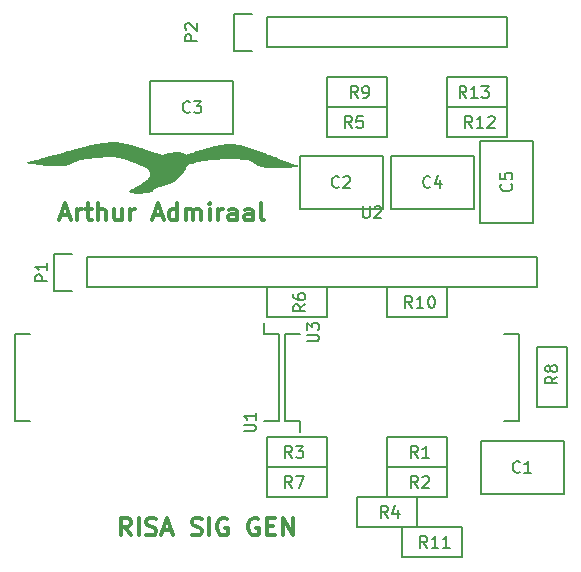
<source format=gto>
G04 #@! TF.FileFunction,Legend,Top*
%FSLAX46Y46*%
G04 Gerber Fmt 4.6, Leading zero omitted, Abs format (unit mm)*
G04 Created by KiCad (PCBNEW (2015-11-29 BZR 6336)-product) date vrijdag 15 april 2016 20:58:08*
%MOMM*%
G01*
G04 APERTURE LIST*
%ADD10C,0.100000*%
%ADD11C,0.300000*%
%ADD12C,0.150000*%
%ADD13C,0.010000*%
G04 APERTURE END LIST*
D10*
D11*
X62151429Y-98468571D02*
X61651429Y-97754286D01*
X61294286Y-98468571D02*
X61294286Y-96968571D01*
X61865714Y-96968571D01*
X62008572Y-97040000D01*
X62080000Y-97111429D01*
X62151429Y-97254286D01*
X62151429Y-97468571D01*
X62080000Y-97611429D01*
X62008572Y-97682857D01*
X61865714Y-97754286D01*
X61294286Y-97754286D01*
X62794286Y-98468571D02*
X62794286Y-96968571D01*
X63437143Y-98397143D02*
X63651429Y-98468571D01*
X64008572Y-98468571D01*
X64151429Y-98397143D01*
X64222858Y-98325714D01*
X64294286Y-98182857D01*
X64294286Y-98040000D01*
X64222858Y-97897143D01*
X64151429Y-97825714D01*
X64008572Y-97754286D01*
X63722858Y-97682857D01*
X63580000Y-97611429D01*
X63508572Y-97540000D01*
X63437143Y-97397143D01*
X63437143Y-97254286D01*
X63508572Y-97111429D01*
X63580000Y-97040000D01*
X63722858Y-96968571D01*
X64080000Y-96968571D01*
X64294286Y-97040000D01*
X64865714Y-98040000D02*
X65580000Y-98040000D01*
X64722857Y-98468571D02*
X65222857Y-96968571D01*
X65722857Y-98468571D01*
X67294285Y-98397143D02*
X67508571Y-98468571D01*
X67865714Y-98468571D01*
X68008571Y-98397143D01*
X68080000Y-98325714D01*
X68151428Y-98182857D01*
X68151428Y-98040000D01*
X68080000Y-97897143D01*
X68008571Y-97825714D01*
X67865714Y-97754286D01*
X67580000Y-97682857D01*
X67437142Y-97611429D01*
X67365714Y-97540000D01*
X67294285Y-97397143D01*
X67294285Y-97254286D01*
X67365714Y-97111429D01*
X67437142Y-97040000D01*
X67580000Y-96968571D01*
X67937142Y-96968571D01*
X68151428Y-97040000D01*
X68794285Y-98468571D02*
X68794285Y-96968571D01*
X70294285Y-97040000D02*
X70151428Y-96968571D01*
X69937142Y-96968571D01*
X69722857Y-97040000D01*
X69579999Y-97182857D01*
X69508571Y-97325714D01*
X69437142Y-97611429D01*
X69437142Y-97825714D01*
X69508571Y-98111429D01*
X69579999Y-98254286D01*
X69722857Y-98397143D01*
X69937142Y-98468571D01*
X70079999Y-98468571D01*
X70294285Y-98397143D01*
X70365714Y-98325714D01*
X70365714Y-97825714D01*
X70079999Y-97825714D01*
X72937142Y-97040000D02*
X72794285Y-96968571D01*
X72579999Y-96968571D01*
X72365714Y-97040000D01*
X72222856Y-97182857D01*
X72151428Y-97325714D01*
X72079999Y-97611429D01*
X72079999Y-97825714D01*
X72151428Y-98111429D01*
X72222856Y-98254286D01*
X72365714Y-98397143D01*
X72579999Y-98468571D01*
X72722856Y-98468571D01*
X72937142Y-98397143D01*
X73008571Y-98325714D01*
X73008571Y-97825714D01*
X72722856Y-97825714D01*
X73651428Y-97682857D02*
X74151428Y-97682857D01*
X74365714Y-98468571D02*
X73651428Y-98468571D01*
X73651428Y-96968571D01*
X74365714Y-96968571D01*
X75008571Y-98468571D02*
X75008571Y-96968571D01*
X75865714Y-98468571D01*
X75865714Y-96968571D01*
X56234286Y-71370000D02*
X56948572Y-71370000D01*
X56091429Y-71798571D02*
X56591429Y-70298571D01*
X57091429Y-71798571D01*
X57591429Y-71798571D02*
X57591429Y-70798571D01*
X57591429Y-71084286D02*
X57662857Y-70941429D01*
X57734286Y-70870000D01*
X57877143Y-70798571D01*
X58020000Y-70798571D01*
X58305714Y-70798571D02*
X58877143Y-70798571D01*
X58520000Y-70298571D02*
X58520000Y-71584286D01*
X58591428Y-71727143D01*
X58734286Y-71798571D01*
X58877143Y-71798571D01*
X59377143Y-71798571D02*
X59377143Y-70298571D01*
X60020000Y-71798571D02*
X60020000Y-71012857D01*
X59948571Y-70870000D01*
X59805714Y-70798571D01*
X59591429Y-70798571D01*
X59448571Y-70870000D01*
X59377143Y-70941429D01*
X61377143Y-70798571D02*
X61377143Y-71798571D01*
X60734286Y-70798571D02*
X60734286Y-71584286D01*
X60805714Y-71727143D01*
X60948572Y-71798571D01*
X61162857Y-71798571D01*
X61305714Y-71727143D01*
X61377143Y-71655714D01*
X62091429Y-71798571D02*
X62091429Y-70798571D01*
X62091429Y-71084286D02*
X62162857Y-70941429D01*
X62234286Y-70870000D01*
X62377143Y-70798571D01*
X62520000Y-70798571D01*
X64091428Y-71370000D02*
X64805714Y-71370000D01*
X63948571Y-71798571D02*
X64448571Y-70298571D01*
X64948571Y-71798571D01*
X66091428Y-71798571D02*
X66091428Y-70298571D01*
X66091428Y-71727143D02*
X65948571Y-71798571D01*
X65662857Y-71798571D01*
X65519999Y-71727143D01*
X65448571Y-71655714D01*
X65377142Y-71512857D01*
X65377142Y-71084286D01*
X65448571Y-70941429D01*
X65519999Y-70870000D01*
X65662857Y-70798571D01*
X65948571Y-70798571D01*
X66091428Y-70870000D01*
X66805714Y-71798571D02*
X66805714Y-70798571D01*
X66805714Y-70941429D02*
X66877142Y-70870000D01*
X67020000Y-70798571D01*
X67234285Y-70798571D01*
X67377142Y-70870000D01*
X67448571Y-71012857D01*
X67448571Y-71798571D01*
X67448571Y-71012857D02*
X67520000Y-70870000D01*
X67662857Y-70798571D01*
X67877142Y-70798571D01*
X68020000Y-70870000D01*
X68091428Y-71012857D01*
X68091428Y-71798571D01*
X68805714Y-71798571D02*
X68805714Y-70798571D01*
X68805714Y-70298571D02*
X68734285Y-70370000D01*
X68805714Y-70441429D01*
X68877142Y-70370000D01*
X68805714Y-70298571D01*
X68805714Y-70441429D01*
X69520000Y-71798571D02*
X69520000Y-70798571D01*
X69520000Y-71084286D02*
X69591428Y-70941429D01*
X69662857Y-70870000D01*
X69805714Y-70798571D01*
X69948571Y-70798571D01*
X71091428Y-71798571D02*
X71091428Y-71012857D01*
X71019999Y-70870000D01*
X70877142Y-70798571D01*
X70591428Y-70798571D01*
X70448571Y-70870000D01*
X71091428Y-71727143D02*
X70948571Y-71798571D01*
X70591428Y-71798571D01*
X70448571Y-71727143D01*
X70377142Y-71584286D01*
X70377142Y-71441429D01*
X70448571Y-71298571D01*
X70591428Y-71227143D01*
X70948571Y-71227143D01*
X71091428Y-71155714D01*
X72448571Y-71798571D02*
X72448571Y-71012857D01*
X72377142Y-70870000D01*
X72234285Y-70798571D01*
X71948571Y-70798571D01*
X71805714Y-70870000D01*
X72448571Y-71727143D02*
X72305714Y-71798571D01*
X71948571Y-71798571D01*
X71805714Y-71727143D01*
X71734285Y-71584286D01*
X71734285Y-71441429D01*
X71805714Y-71298571D01*
X71948571Y-71227143D01*
X72305714Y-71227143D01*
X72448571Y-71155714D01*
X73377143Y-71798571D02*
X73234285Y-71727143D01*
X73162857Y-71584286D01*
X73162857Y-70298571D01*
D12*
X91790000Y-90460000D02*
X98790000Y-90460000D01*
X98790000Y-90460000D02*
X98790000Y-94960000D01*
X98790000Y-94960000D02*
X91790000Y-94960000D01*
X91790000Y-94960000D02*
X91790000Y-90460000D01*
X75175000Y-88765000D02*
X76445000Y-88765000D01*
X75175000Y-81415000D02*
X76445000Y-81415000D01*
X95005000Y-81415000D02*
X93735000Y-81415000D01*
X95005000Y-88765000D02*
X93735000Y-88765000D01*
X75175000Y-88765000D02*
X75175000Y-81415000D01*
X95005000Y-88765000D02*
X95005000Y-81415000D01*
X76445000Y-88765000D02*
X76445000Y-89700000D01*
X83820000Y-92710000D02*
X88900000Y-92710000D01*
X88900000Y-92710000D02*
X88900000Y-95250000D01*
X88900000Y-95250000D02*
X83820000Y-95250000D01*
X83820000Y-95250000D02*
X83820000Y-92710000D01*
X85090000Y-97790000D02*
X90170000Y-97790000D01*
X90170000Y-97790000D02*
X90170000Y-100330000D01*
X90170000Y-100330000D02*
X85090000Y-100330000D01*
X85090000Y-100330000D02*
X85090000Y-97790000D01*
X78740000Y-95250000D02*
X73660000Y-95250000D01*
X73660000Y-95250000D02*
X73660000Y-92710000D01*
X73660000Y-92710000D02*
X78740000Y-92710000D01*
X78740000Y-92710000D02*
X78740000Y-95250000D01*
X78740000Y-92710000D02*
X73660000Y-92710000D01*
X73660000Y-92710000D02*
X73660000Y-90170000D01*
X73660000Y-90170000D02*
X78740000Y-90170000D01*
X78740000Y-90170000D02*
X78740000Y-92710000D01*
X58420000Y-77470000D02*
X96520000Y-77470000D01*
X96520000Y-77470000D02*
X96520000Y-74930000D01*
X96520000Y-74930000D02*
X58420000Y-74930000D01*
X55600000Y-74650000D02*
X57150000Y-74650000D01*
X58420000Y-74930000D02*
X58420000Y-77470000D01*
X57150000Y-77750000D02*
X55600000Y-77750000D01*
X55600000Y-77750000D02*
X55600000Y-74650000D01*
X63770000Y-59980000D02*
X70770000Y-59980000D01*
X70770000Y-59980000D02*
X70770000Y-64480000D01*
X70770000Y-64480000D02*
X63770000Y-64480000D01*
X63770000Y-64480000D02*
X63770000Y-59980000D01*
X96520000Y-87630000D02*
X96520000Y-82550000D01*
X96520000Y-82550000D02*
X99060000Y-82550000D01*
X99060000Y-82550000D02*
X99060000Y-87630000D01*
X99060000Y-87630000D02*
X96520000Y-87630000D01*
X76470000Y-66330000D02*
X83470000Y-66330000D01*
X83470000Y-66330000D02*
X83470000Y-70830000D01*
X83470000Y-70830000D02*
X76470000Y-70830000D01*
X76470000Y-70830000D02*
X76470000Y-66330000D01*
X74685000Y-81415000D02*
X73415000Y-81415000D01*
X74685000Y-88765000D02*
X73415000Y-88765000D01*
X52315000Y-88765000D02*
X53585000Y-88765000D01*
X52315000Y-81415000D02*
X53585000Y-81415000D01*
X74685000Y-81415000D02*
X74685000Y-88765000D01*
X52315000Y-81415000D02*
X52315000Y-88765000D01*
X73415000Y-81415000D02*
X73415000Y-80480000D01*
X91170000Y-70830000D02*
X84170000Y-70830000D01*
X84170000Y-70830000D02*
X84170000Y-66330000D01*
X84170000Y-66330000D02*
X91170000Y-66330000D01*
X91170000Y-66330000D02*
X91170000Y-70830000D01*
X83820000Y-90170000D02*
X88900000Y-90170000D01*
X88900000Y-90170000D02*
X88900000Y-92710000D01*
X88900000Y-92710000D02*
X83820000Y-92710000D01*
X83820000Y-92710000D02*
X83820000Y-90170000D01*
X81280000Y-95250000D02*
X86360000Y-95250000D01*
X86360000Y-95250000D02*
X86360000Y-97790000D01*
X86360000Y-97790000D02*
X81280000Y-97790000D01*
X81280000Y-97790000D02*
X81280000Y-95250000D01*
X83820000Y-64770000D02*
X78740000Y-64770000D01*
X78740000Y-64770000D02*
X78740000Y-62230000D01*
X78740000Y-62230000D02*
X83820000Y-62230000D01*
X83820000Y-62230000D02*
X83820000Y-64770000D01*
X73660000Y-77470000D02*
X78740000Y-77470000D01*
X78740000Y-77470000D02*
X78740000Y-80010000D01*
X78740000Y-80010000D02*
X73660000Y-80010000D01*
X73660000Y-80010000D02*
X73660000Y-77470000D01*
X78740000Y-59690000D02*
X83820000Y-59690000D01*
X83820000Y-59690000D02*
X83820000Y-62230000D01*
X83820000Y-62230000D02*
X78740000Y-62230000D01*
X78740000Y-62230000D02*
X78740000Y-59690000D01*
X83820000Y-77470000D02*
X88900000Y-77470000D01*
X88900000Y-77470000D02*
X88900000Y-80010000D01*
X88900000Y-80010000D02*
X83820000Y-80010000D01*
X83820000Y-80010000D02*
X83820000Y-77470000D01*
X88900000Y-62230000D02*
X93980000Y-62230000D01*
X93980000Y-62230000D02*
X93980000Y-64770000D01*
X93980000Y-64770000D02*
X88900000Y-64770000D01*
X88900000Y-64770000D02*
X88900000Y-62230000D01*
X93980000Y-62230000D02*
X88900000Y-62230000D01*
X88900000Y-62230000D02*
X88900000Y-59690000D01*
X88900000Y-59690000D02*
X93980000Y-59690000D01*
X93980000Y-59690000D02*
X93980000Y-62230000D01*
X91730000Y-72040000D02*
X91730000Y-65040000D01*
X91730000Y-65040000D02*
X96230000Y-65040000D01*
X96230000Y-65040000D02*
X96230000Y-72040000D01*
X96230000Y-72040000D02*
X91730000Y-72040000D01*
X73660000Y-54610000D02*
X93980000Y-54610000D01*
X93980000Y-54610000D02*
X93980000Y-57150000D01*
X93980000Y-57150000D02*
X73660000Y-57150000D01*
X70840000Y-54330000D02*
X72390000Y-54330000D01*
X73660000Y-54610000D02*
X73660000Y-57150000D01*
X72390000Y-57430000D02*
X70840000Y-57430000D01*
X70840000Y-57430000D02*
X70840000Y-54330000D01*
D13*
G36*
X60683775Y-65171750D02*
X60758870Y-65173196D01*
X60828009Y-65175494D01*
X60893105Y-65178871D01*
X60956070Y-65183553D01*
X61018815Y-65189768D01*
X61083254Y-65197742D01*
X61151298Y-65207701D01*
X61224860Y-65219872D01*
X61305852Y-65234482D01*
X61396186Y-65251757D01*
X61452125Y-65262791D01*
X61557954Y-65284362D01*
X61663044Y-65306868D01*
X61768197Y-65330541D01*
X61874213Y-65355613D01*
X61981894Y-65382314D01*
X62092043Y-65410878D01*
X62205461Y-65441536D01*
X62322950Y-65474519D01*
X62445311Y-65510060D01*
X62573347Y-65548389D01*
X62707859Y-65589739D01*
X62849648Y-65634342D01*
X62999517Y-65682429D01*
X63158268Y-65734232D01*
X63326702Y-65789983D01*
X63505620Y-65849913D01*
X63637552Y-65894482D01*
X63766298Y-65938043D01*
X63883757Y-65977626D01*
X63990628Y-66013446D01*
X64087613Y-66045716D01*
X64175413Y-66074649D01*
X64254728Y-66100459D01*
X64326259Y-66123359D01*
X64390707Y-66143562D01*
X64448772Y-66161283D01*
X64501156Y-66176735D01*
X64548559Y-66190131D01*
X64591683Y-66201684D01*
X64631227Y-66211609D01*
X64667892Y-66220118D01*
X64702380Y-66227425D01*
X64735392Y-66233744D01*
X64767627Y-66239288D01*
X64771484Y-66239913D01*
X64830738Y-66249448D01*
X64967056Y-66205687D01*
X65105712Y-66162834D01*
X65235817Y-66126168D01*
X65359601Y-66095165D01*
X65479293Y-66069297D01*
X65597124Y-66048039D01*
X65699197Y-66032973D01*
X65750798Y-66027248D01*
X65810177Y-66022556D01*
X65874446Y-66018971D01*
X65940716Y-66016571D01*
X66006098Y-66015431D01*
X66067702Y-66015629D01*
X66122640Y-66017239D01*
X66168023Y-66020339D01*
X66170175Y-66020553D01*
X66293794Y-66037648D01*
X66407739Y-66062869D01*
X66512132Y-66096257D01*
X66607094Y-66137856D01*
X66692747Y-66187707D01*
X66733678Y-66216928D01*
X66773425Y-66247315D01*
X67202050Y-66106181D01*
X67368368Y-66051496D01*
X67523362Y-66000710D01*
X67667725Y-65953617D01*
X67802151Y-65910007D01*
X67927332Y-65869673D01*
X68043961Y-65832405D01*
X68152732Y-65797997D01*
X68254338Y-65766239D01*
X68349472Y-65736924D01*
X68438827Y-65709844D01*
X68523096Y-65684790D01*
X68602973Y-65661553D01*
X68679150Y-65639927D01*
X68752321Y-65619702D01*
X68823179Y-65600671D01*
X68892417Y-65582625D01*
X68960728Y-65565356D01*
X69028805Y-65548656D01*
X69097342Y-65532317D01*
X69165102Y-65516573D01*
X69288799Y-65489039D01*
X69415412Y-65462516D01*
X69543338Y-65437268D01*
X69670973Y-65413562D01*
X69796713Y-65391663D01*
X69918956Y-65371836D01*
X70036097Y-65354348D01*
X70146534Y-65339464D01*
X70248663Y-65327450D01*
X70340880Y-65318570D01*
X70377050Y-65315785D01*
X70495439Y-65311590D01*
X70624012Y-65314924D01*
X70762732Y-65325781D01*
X70911559Y-65344153D01*
X71070455Y-65370033D01*
X71239383Y-65403415D01*
X71418304Y-65444291D01*
X71607180Y-65492655D01*
X71805973Y-65548499D01*
X72014644Y-65611817D01*
X72040750Y-65620044D01*
X72118701Y-65644883D01*
X72195823Y-65669834D01*
X72272793Y-65695145D01*
X72350288Y-65721066D01*
X72428984Y-65747847D01*
X72509558Y-65775737D01*
X72592687Y-65804985D01*
X72679047Y-65835841D01*
X72769316Y-65868553D01*
X72864170Y-65903372D01*
X72964285Y-65940546D01*
X73070339Y-65980325D01*
X73183009Y-66022959D01*
X73302971Y-66068696D01*
X73430901Y-66117787D01*
X73567477Y-66170479D01*
X73713375Y-66227024D01*
X73869273Y-66287669D01*
X74035846Y-66352665D01*
X74145775Y-66395646D01*
X74322165Y-66464522D01*
X74487549Y-66528805D01*
X74642653Y-66588761D01*
X74788201Y-66644659D01*
X74924922Y-66696764D01*
X75053541Y-66745344D01*
X75174783Y-66790667D01*
X75289376Y-66833000D01*
X75398046Y-66872609D01*
X75501518Y-66909763D01*
X75600519Y-66944729D01*
X75695774Y-66977773D01*
X75788011Y-67009163D01*
X75877955Y-67039166D01*
X75966332Y-67068050D01*
X76018124Y-67084703D01*
X76073731Y-67102694D01*
X76117542Y-67117367D01*
X76149978Y-67128876D01*
X76171459Y-67137379D01*
X76182404Y-67143029D01*
X76183234Y-67145985D01*
X76183224Y-67145989D01*
X76172107Y-67148856D01*
X76150290Y-67153128D01*
X76119657Y-67158512D01*
X76082092Y-67164715D01*
X76039482Y-67171443D01*
X75993711Y-67178404D01*
X75946664Y-67185304D01*
X75900225Y-67191850D01*
X75856281Y-67197748D01*
X75825350Y-67201662D01*
X75581230Y-67228069D01*
X75327535Y-67248827D01*
X75066100Y-67263853D01*
X74798764Y-67273068D01*
X74527364Y-67276389D01*
X74253736Y-67273737D01*
X74211315Y-67272787D01*
X74067971Y-67268947D01*
X73936529Y-67264571D01*
X73816198Y-67259567D01*
X73706189Y-67253842D01*
X73605711Y-67247303D01*
X73513974Y-67239860D01*
X73430187Y-67231418D01*
X73353560Y-67221886D01*
X73283303Y-67211172D01*
X73218626Y-67199183D01*
X73158737Y-67185827D01*
X73102847Y-67171011D01*
X73050166Y-67154643D01*
X72999903Y-67136631D01*
X72980243Y-67128923D01*
X72941232Y-67112559D01*
X72903498Y-67095119D01*
X72865538Y-67075707D01*
X72825851Y-67053427D01*
X72782934Y-67027383D01*
X72735285Y-66996679D01*
X72681402Y-66960418D01*
X72619782Y-66917704D01*
X72584470Y-66892848D01*
X72509565Y-66840723D01*
X72442555Y-66796104D01*
X72381712Y-66758214D01*
X72325305Y-66726275D01*
X72271605Y-66699508D01*
X72218882Y-66677135D01*
X72165407Y-66658378D01*
X72109449Y-66642459D01*
X72049280Y-66628599D01*
X71983169Y-66616021D01*
X71960585Y-66612158D01*
X71881846Y-66599977D01*
X71797646Y-66588915D01*
X71707179Y-66578918D01*
X71609638Y-66569929D01*
X71504217Y-66561892D01*
X71390109Y-66554751D01*
X71266509Y-66548451D01*
X71132609Y-66542934D01*
X70987604Y-66538146D01*
X70837425Y-66534187D01*
X70626904Y-66530870D01*
X70410519Y-66530592D01*
X70190038Y-66533262D01*
X69967229Y-66538789D01*
X69743860Y-66547081D01*
X69521701Y-66558047D01*
X69302518Y-66571593D01*
X69088080Y-66587630D01*
X68880156Y-66606065D01*
X68680513Y-66626807D01*
X68490919Y-66649764D01*
X68418075Y-66659576D01*
X68172538Y-66697171D01*
X67937615Y-66740327D01*
X67712394Y-66789265D01*
X67495967Y-66844202D01*
X67287424Y-66905360D01*
X67085857Y-66972957D01*
X67020671Y-66996731D01*
X66893267Y-67044143D01*
X66869330Y-67092934D01*
X66821680Y-67186323D01*
X66768444Y-67284054D01*
X66711285Y-67383374D01*
X66651868Y-67481526D01*
X66591858Y-67575755D01*
X66532919Y-67663306D01*
X66481174Y-67735450D01*
X66367868Y-67879496D01*
X66250616Y-68011883D01*
X66128562Y-68133269D01*
X66000853Y-68244311D01*
X65866634Y-68345668D01*
X65725052Y-68437998D01*
X65575253Y-68521958D01*
X65416382Y-68598208D01*
X65296086Y-68648627D01*
X65247216Y-68667709D01*
X65198934Y-68685968D01*
X65149769Y-68703897D01*
X65098247Y-68721989D01*
X65042897Y-68740737D01*
X64982247Y-68760634D01*
X64914825Y-68782172D01*
X64839160Y-68805844D01*
X64753778Y-68832143D01*
X64687450Y-68852377D01*
X64575147Y-68886839D01*
X64474727Y-68918324D01*
X64385762Y-68946979D01*
X64307826Y-68972949D01*
X64240490Y-68996383D01*
X64183328Y-69017427D01*
X64135912Y-69036227D01*
X64097815Y-69052930D01*
X64083319Y-69059942D01*
X64041640Y-69085634D01*
X64004630Y-69117616D01*
X63975382Y-69152958D01*
X63963249Y-69173725D01*
X63955075Y-69192824D01*
X63950301Y-69211787D01*
X63948113Y-69235160D01*
X63947675Y-69260541D01*
X63947675Y-69315608D01*
X63900050Y-69322247D01*
X63782217Y-69338644D01*
X63676067Y-69353343D01*
X63580715Y-69366457D01*
X63495273Y-69378096D01*
X63418855Y-69388373D01*
X63350574Y-69397399D01*
X63289543Y-69405287D01*
X63234875Y-69412149D01*
X63185685Y-69418095D01*
X63141084Y-69423239D01*
X63100187Y-69427691D01*
X63062107Y-69431564D01*
X63025957Y-69434969D01*
X62990850Y-69438019D01*
X62966600Y-69439988D01*
X62878451Y-69446014D01*
X62791001Y-69450198D01*
X62706991Y-69452473D01*
X62629165Y-69452775D01*
X62560267Y-69451039D01*
X62541150Y-69450076D01*
X62427191Y-69440338D01*
X62322874Y-69424636D01*
X62226476Y-69402672D01*
X62172850Y-69386731D01*
X62144832Y-69376774D01*
X62113366Y-69364187D01*
X62080558Y-69349983D01*
X62048516Y-69335174D01*
X62019347Y-69320775D01*
X61995158Y-69307800D01*
X61978057Y-69297260D01*
X61970151Y-69290171D01*
X61969855Y-69289114D01*
X61975274Y-69284182D01*
X61990415Y-69274197D01*
X62013773Y-69260052D01*
X62043847Y-69242637D01*
X62079134Y-69222844D01*
X62110885Y-69205475D01*
X62210761Y-69150789D01*
X62317855Y-69090984D01*
X62428811Y-69027975D01*
X62540278Y-68963682D01*
X62648900Y-68900023D01*
X62741175Y-68845025D01*
X62881276Y-68759576D01*
X63010791Y-68678124D01*
X63129600Y-68600757D01*
X63237587Y-68527563D01*
X63334634Y-68458630D01*
X63420623Y-68394045D01*
X63495435Y-68333897D01*
X63558954Y-68278273D01*
X63611062Y-68227261D01*
X63651640Y-68180949D01*
X63674523Y-68149217D01*
X63713624Y-68078109D01*
X63742675Y-68002695D01*
X63761414Y-67924784D01*
X63769579Y-67846187D01*
X63766909Y-67768712D01*
X63753141Y-67694171D01*
X63744494Y-67665655D01*
X63714814Y-67591547D01*
X63678142Y-67524438D01*
X63633453Y-67463185D01*
X63579722Y-67406646D01*
X63515923Y-67353679D01*
X63441030Y-67303142D01*
X63394696Y-67275943D01*
X63374483Y-67265113D01*
X63344107Y-67249537D01*
X63304903Y-67229857D01*
X63258208Y-67206720D01*
X63205355Y-67180768D01*
X63147682Y-67152647D01*
X63086524Y-67123000D01*
X63023216Y-67092472D01*
X62959094Y-67061707D01*
X62895494Y-67031349D01*
X62833751Y-67002042D01*
X62775201Y-66974430D01*
X62721180Y-66949158D01*
X62673023Y-66926871D01*
X62635431Y-66909729D01*
X62413112Y-66812901D01*
X62195584Y-66725329D01*
X61983201Y-66647116D01*
X61776315Y-66578363D01*
X61575279Y-66519173D01*
X61380445Y-66469649D01*
X61192167Y-66429891D01*
X61010797Y-66400003D01*
X60836689Y-66380086D01*
X60794900Y-66376718D01*
X60743301Y-66373590D01*
X60681002Y-66370933D01*
X60609993Y-66368766D01*
X60532267Y-66367108D01*
X60449815Y-66365977D01*
X60364628Y-66365391D01*
X60278697Y-66365370D01*
X60194015Y-66365931D01*
X60112572Y-66367094D01*
X60036359Y-66368877D01*
X60017025Y-66369464D01*
X59816154Y-66377141D01*
X59617522Y-66387184D01*
X59421804Y-66399499D01*
X59229676Y-66413990D01*
X59041815Y-66430562D01*
X58858895Y-66449118D01*
X58681594Y-66469564D01*
X58510587Y-66491804D01*
X58346550Y-66515742D01*
X58190158Y-66541284D01*
X58042089Y-66568332D01*
X57903017Y-66596793D01*
X57773619Y-66626571D01*
X57654571Y-66657569D01*
X57546548Y-66689693D01*
X57450227Y-66722847D01*
X57412524Y-66737417D01*
X57397171Y-66744142D01*
X57372668Y-66755559D01*
X57341195Y-66770619D01*
X57304933Y-66788276D01*
X57266062Y-66807483D01*
X57251215Y-66814892D01*
X57150494Y-66864363D01*
X57058811Y-66907312D01*
X56974669Y-66944306D01*
X56896569Y-66975912D01*
X56823010Y-67002696D01*
X56752496Y-67025224D01*
X56683526Y-67044064D01*
X56614603Y-67059782D01*
X56590866Y-67064524D01*
X56533243Y-67075676D01*
X56484581Y-67085039D01*
X56443094Y-67092780D01*
X56406993Y-67099066D01*
X56374492Y-67104065D01*
X56343801Y-67107944D01*
X56313135Y-67110870D01*
X56280704Y-67113012D01*
X56244723Y-67114536D01*
X56203402Y-67115609D01*
X56154955Y-67116399D01*
X56097595Y-67117074D01*
X56029533Y-67117800D01*
X56020804Y-67117896D01*
X55729329Y-67117347D01*
X55429461Y-67109448D01*
X55123071Y-67094329D01*
X54812028Y-67072123D01*
X54498202Y-67042959D01*
X54183464Y-67006969D01*
X53908325Y-66969913D01*
X53863584Y-66963307D01*
X53813864Y-66955709D01*
X53760597Y-66947359D01*
X53705219Y-66938500D01*
X53649164Y-66929373D01*
X53593864Y-66920221D01*
X53540754Y-66911285D01*
X53491268Y-66902806D01*
X53446839Y-66895027D01*
X53408903Y-66888189D01*
X53378892Y-66882534D01*
X53358241Y-66878303D01*
X53348384Y-66875739D01*
X53347802Y-66875419D01*
X53347130Y-66874643D01*
X53347400Y-66873776D01*
X53349589Y-66872556D01*
X53354669Y-66870719D01*
X53363616Y-66868000D01*
X53377406Y-66864137D01*
X53397012Y-66858866D01*
X53423410Y-66851924D01*
X53457575Y-66843048D01*
X53500480Y-66831972D01*
X53553102Y-66818435D01*
X53616415Y-66802173D01*
X53663850Y-66789994D01*
X53752510Y-66767122D01*
X53844154Y-66743258D01*
X53939339Y-66718251D01*
X54038623Y-66691948D01*
X54142567Y-66664194D01*
X54251727Y-66634838D01*
X54366663Y-66603725D01*
X54487933Y-66570703D01*
X54616096Y-66535619D01*
X54751710Y-66498320D01*
X54895334Y-66458652D01*
X55047527Y-66416463D01*
X55208846Y-66371599D01*
X55379852Y-66323907D01*
X55561102Y-66273234D01*
X55753155Y-66219427D01*
X55956569Y-66162334D01*
X56064150Y-66132102D01*
X56314147Y-66062035D01*
X56552530Y-65995670D01*
X56779797Y-65932883D01*
X56996444Y-65873553D01*
X57202968Y-65817557D01*
X57399867Y-65764772D01*
X57587636Y-65715077D01*
X57766774Y-65668349D01*
X57937777Y-65624466D01*
X58101143Y-65583304D01*
X58257367Y-65544742D01*
X58406947Y-65508658D01*
X58550381Y-65474929D01*
X58688165Y-65443432D01*
X58820796Y-65414045D01*
X58948771Y-65386646D01*
X59072587Y-65361113D01*
X59192741Y-65337322D01*
X59309730Y-65315153D01*
X59424051Y-65294481D01*
X59536202Y-65275185D01*
X59559825Y-65271247D01*
X59713014Y-65246805D01*
X59855853Y-65226083D01*
X59990084Y-65208926D01*
X60117452Y-65195181D01*
X60239700Y-65184692D01*
X60358573Y-65177306D01*
X60475812Y-65172868D01*
X60593164Y-65171223D01*
X60683775Y-65171750D01*
X60683775Y-65171750D01*
G37*
X60683775Y-65171750D02*
X60758870Y-65173196D01*
X60828009Y-65175494D01*
X60893105Y-65178871D01*
X60956070Y-65183553D01*
X61018815Y-65189768D01*
X61083254Y-65197742D01*
X61151298Y-65207701D01*
X61224860Y-65219872D01*
X61305852Y-65234482D01*
X61396186Y-65251757D01*
X61452125Y-65262791D01*
X61557954Y-65284362D01*
X61663044Y-65306868D01*
X61768197Y-65330541D01*
X61874213Y-65355613D01*
X61981894Y-65382314D01*
X62092043Y-65410878D01*
X62205461Y-65441536D01*
X62322950Y-65474519D01*
X62445311Y-65510060D01*
X62573347Y-65548389D01*
X62707859Y-65589739D01*
X62849648Y-65634342D01*
X62999517Y-65682429D01*
X63158268Y-65734232D01*
X63326702Y-65789983D01*
X63505620Y-65849913D01*
X63637552Y-65894482D01*
X63766298Y-65938043D01*
X63883757Y-65977626D01*
X63990628Y-66013446D01*
X64087613Y-66045716D01*
X64175413Y-66074649D01*
X64254728Y-66100459D01*
X64326259Y-66123359D01*
X64390707Y-66143562D01*
X64448772Y-66161283D01*
X64501156Y-66176735D01*
X64548559Y-66190131D01*
X64591683Y-66201684D01*
X64631227Y-66211609D01*
X64667892Y-66220118D01*
X64702380Y-66227425D01*
X64735392Y-66233744D01*
X64767627Y-66239288D01*
X64771484Y-66239913D01*
X64830738Y-66249448D01*
X64967056Y-66205687D01*
X65105712Y-66162834D01*
X65235817Y-66126168D01*
X65359601Y-66095165D01*
X65479293Y-66069297D01*
X65597124Y-66048039D01*
X65699197Y-66032973D01*
X65750798Y-66027248D01*
X65810177Y-66022556D01*
X65874446Y-66018971D01*
X65940716Y-66016571D01*
X66006098Y-66015431D01*
X66067702Y-66015629D01*
X66122640Y-66017239D01*
X66168023Y-66020339D01*
X66170175Y-66020553D01*
X66293794Y-66037648D01*
X66407739Y-66062869D01*
X66512132Y-66096257D01*
X66607094Y-66137856D01*
X66692747Y-66187707D01*
X66733678Y-66216928D01*
X66773425Y-66247315D01*
X67202050Y-66106181D01*
X67368368Y-66051496D01*
X67523362Y-66000710D01*
X67667725Y-65953617D01*
X67802151Y-65910007D01*
X67927332Y-65869673D01*
X68043961Y-65832405D01*
X68152732Y-65797997D01*
X68254338Y-65766239D01*
X68349472Y-65736924D01*
X68438827Y-65709844D01*
X68523096Y-65684790D01*
X68602973Y-65661553D01*
X68679150Y-65639927D01*
X68752321Y-65619702D01*
X68823179Y-65600671D01*
X68892417Y-65582625D01*
X68960728Y-65565356D01*
X69028805Y-65548656D01*
X69097342Y-65532317D01*
X69165102Y-65516573D01*
X69288799Y-65489039D01*
X69415412Y-65462516D01*
X69543338Y-65437268D01*
X69670973Y-65413562D01*
X69796713Y-65391663D01*
X69918956Y-65371836D01*
X70036097Y-65354348D01*
X70146534Y-65339464D01*
X70248663Y-65327450D01*
X70340880Y-65318570D01*
X70377050Y-65315785D01*
X70495439Y-65311590D01*
X70624012Y-65314924D01*
X70762732Y-65325781D01*
X70911559Y-65344153D01*
X71070455Y-65370033D01*
X71239383Y-65403415D01*
X71418304Y-65444291D01*
X71607180Y-65492655D01*
X71805973Y-65548499D01*
X72014644Y-65611817D01*
X72040750Y-65620044D01*
X72118701Y-65644883D01*
X72195823Y-65669834D01*
X72272793Y-65695145D01*
X72350288Y-65721066D01*
X72428984Y-65747847D01*
X72509558Y-65775737D01*
X72592687Y-65804985D01*
X72679047Y-65835841D01*
X72769316Y-65868553D01*
X72864170Y-65903372D01*
X72964285Y-65940546D01*
X73070339Y-65980325D01*
X73183009Y-66022959D01*
X73302971Y-66068696D01*
X73430901Y-66117787D01*
X73567477Y-66170479D01*
X73713375Y-66227024D01*
X73869273Y-66287669D01*
X74035846Y-66352665D01*
X74145775Y-66395646D01*
X74322165Y-66464522D01*
X74487549Y-66528805D01*
X74642653Y-66588761D01*
X74788201Y-66644659D01*
X74924922Y-66696764D01*
X75053541Y-66745344D01*
X75174783Y-66790667D01*
X75289376Y-66833000D01*
X75398046Y-66872609D01*
X75501518Y-66909763D01*
X75600519Y-66944729D01*
X75695774Y-66977773D01*
X75788011Y-67009163D01*
X75877955Y-67039166D01*
X75966332Y-67068050D01*
X76018124Y-67084703D01*
X76073731Y-67102694D01*
X76117542Y-67117367D01*
X76149978Y-67128876D01*
X76171459Y-67137379D01*
X76182404Y-67143029D01*
X76183234Y-67145985D01*
X76183224Y-67145989D01*
X76172107Y-67148856D01*
X76150290Y-67153128D01*
X76119657Y-67158512D01*
X76082092Y-67164715D01*
X76039482Y-67171443D01*
X75993711Y-67178404D01*
X75946664Y-67185304D01*
X75900225Y-67191850D01*
X75856281Y-67197748D01*
X75825350Y-67201662D01*
X75581230Y-67228069D01*
X75327535Y-67248827D01*
X75066100Y-67263853D01*
X74798764Y-67273068D01*
X74527364Y-67276389D01*
X74253736Y-67273737D01*
X74211315Y-67272787D01*
X74067971Y-67268947D01*
X73936529Y-67264571D01*
X73816198Y-67259567D01*
X73706189Y-67253842D01*
X73605711Y-67247303D01*
X73513974Y-67239860D01*
X73430187Y-67231418D01*
X73353560Y-67221886D01*
X73283303Y-67211172D01*
X73218626Y-67199183D01*
X73158737Y-67185827D01*
X73102847Y-67171011D01*
X73050166Y-67154643D01*
X72999903Y-67136631D01*
X72980243Y-67128923D01*
X72941232Y-67112559D01*
X72903498Y-67095119D01*
X72865538Y-67075707D01*
X72825851Y-67053427D01*
X72782934Y-67027383D01*
X72735285Y-66996679D01*
X72681402Y-66960418D01*
X72619782Y-66917704D01*
X72584470Y-66892848D01*
X72509565Y-66840723D01*
X72442555Y-66796104D01*
X72381712Y-66758214D01*
X72325305Y-66726275D01*
X72271605Y-66699508D01*
X72218882Y-66677135D01*
X72165407Y-66658378D01*
X72109449Y-66642459D01*
X72049280Y-66628599D01*
X71983169Y-66616021D01*
X71960585Y-66612158D01*
X71881846Y-66599977D01*
X71797646Y-66588915D01*
X71707179Y-66578918D01*
X71609638Y-66569929D01*
X71504217Y-66561892D01*
X71390109Y-66554751D01*
X71266509Y-66548451D01*
X71132609Y-66542934D01*
X70987604Y-66538146D01*
X70837425Y-66534187D01*
X70626904Y-66530870D01*
X70410519Y-66530592D01*
X70190038Y-66533262D01*
X69967229Y-66538789D01*
X69743860Y-66547081D01*
X69521701Y-66558047D01*
X69302518Y-66571593D01*
X69088080Y-66587630D01*
X68880156Y-66606065D01*
X68680513Y-66626807D01*
X68490919Y-66649764D01*
X68418075Y-66659576D01*
X68172538Y-66697171D01*
X67937615Y-66740327D01*
X67712394Y-66789265D01*
X67495967Y-66844202D01*
X67287424Y-66905360D01*
X67085857Y-66972957D01*
X67020671Y-66996731D01*
X66893267Y-67044143D01*
X66869330Y-67092934D01*
X66821680Y-67186323D01*
X66768444Y-67284054D01*
X66711285Y-67383374D01*
X66651868Y-67481526D01*
X66591858Y-67575755D01*
X66532919Y-67663306D01*
X66481174Y-67735450D01*
X66367868Y-67879496D01*
X66250616Y-68011883D01*
X66128562Y-68133269D01*
X66000853Y-68244311D01*
X65866634Y-68345668D01*
X65725052Y-68437998D01*
X65575253Y-68521958D01*
X65416382Y-68598208D01*
X65296086Y-68648627D01*
X65247216Y-68667709D01*
X65198934Y-68685968D01*
X65149769Y-68703897D01*
X65098247Y-68721989D01*
X65042897Y-68740737D01*
X64982247Y-68760634D01*
X64914825Y-68782172D01*
X64839160Y-68805844D01*
X64753778Y-68832143D01*
X64687450Y-68852377D01*
X64575147Y-68886839D01*
X64474727Y-68918324D01*
X64385762Y-68946979D01*
X64307826Y-68972949D01*
X64240490Y-68996383D01*
X64183328Y-69017427D01*
X64135912Y-69036227D01*
X64097815Y-69052930D01*
X64083319Y-69059942D01*
X64041640Y-69085634D01*
X64004630Y-69117616D01*
X63975382Y-69152958D01*
X63963249Y-69173725D01*
X63955075Y-69192824D01*
X63950301Y-69211787D01*
X63948113Y-69235160D01*
X63947675Y-69260541D01*
X63947675Y-69315608D01*
X63900050Y-69322247D01*
X63782217Y-69338644D01*
X63676067Y-69353343D01*
X63580715Y-69366457D01*
X63495273Y-69378096D01*
X63418855Y-69388373D01*
X63350574Y-69397399D01*
X63289543Y-69405287D01*
X63234875Y-69412149D01*
X63185685Y-69418095D01*
X63141084Y-69423239D01*
X63100187Y-69427691D01*
X63062107Y-69431564D01*
X63025957Y-69434969D01*
X62990850Y-69438019D01*
X62966600Y-69439988D01*
X62878451Y-69446014D01*
X62791001Y-69450198D01*
X62706991Y-69452473D01*
X62629165Y-69452775D01*
X62560267Y-69451039D01*
X62541150Y-69450076D01*
X62427191Y-69440338D01*
X62322874Y-69424636D01*
X62226476Y-69402672D01*
X62172850Y-69386731D01*
X62144832Y-69376774D01*
X62113366Y-69364187D01*
X62080558Y-69349983D01*
X62048516Y-69335174D01*
X62019347Y-69320775D01*
X61995158Y-69307800D01*
X61978057Y-69297260D01*
X61970151Y-69290171D01*
X61969855Y-69289114D01*
X61975274Y-69284182D01*
X61990415Y-69274197D01*
X62013773Y-69260052D01*
X62043847Y-69242637D01*
X62079134Y-69222844D01*
X62110885Y-69205475D01*
X62210761Y-69150789D01*
X62317855Y-69090984D01*
X62428811Y-69027975D01*
X62540278Y-68963682D01*
X62648900Y-68900023D01*
X62741175Y-68845025D01*
X62881276Y-68759576D01*
X63010791Y-68678124D01*
X63129600Y-68600757D01*
X63237587Y-68527563D01*
X63334634Y-68458630D01*
X63420623Y-68394045D01*
X63495435Y-68333897D01*
X63558954Y-68278273D01*
X63611062Y-68227261D01*
X63651640Y-68180949D01*
X63674523Y-68149217D01*
X63713624Y-68078109D01*
X63742675Y-68002695D01*
X63761414Y-67924784D01*
X63769579Y-67846187D01*
X63766909Y-67768712D01*
X63753141Y-67694171D01*
X63744494Y-67665655D01*
X63714814Y-67591547D01*
X63678142Y-67524438D01*
X63633453Y-67463185D01*
X63579722Y-67406646D01*
X63515923Y-67353679D01*
X63441030Y-67303142D01*
X63394696Y-67275943D01*
X63374483Y-67265113D01*
X63344107Y-67249537D01*
X63304903Y-67229857D01*
X63258208Y-67206720D01*
X63205355Y-67180768D01*
X63147682Y-67152647D01*
X63086524Y-67123000D01*
X63023216Y-67092472D01*
X62959094Y-67061707D01*
X62895494Y-67031349D01*
X62833751Y-67002042D01*
X62775201Y-66974430D01*
X62721180Y-66949158D01*
X62673023Y-66926871D01*
X62635431Y-66909729D01*
X62413112Y-66812901D01*
X62195584Y-66725329D01*
X61983201Y-66647116D01*
X61776315Y-66578363D01*
X61575279Y-66519173D01*
X61380445Y-66469649D01*
X61192167Y-66429891D01*
X61010797Y-66400003D01*
X60836689Y-66380086D01*
X60794900Y-66376718D01*
X60743301Y-66373590D01*
X60681002Y-66370933D01*
X60609993Y-66368766D01*
X60532267Y-66367108D01*
X60449815Y-66365977D01*
X60364628Y-66365391D01*
X60278697Y-66365370D01*
X60194015Y-66365931D01*
X60112572Y-66367094D01*
X60036359Y-66368877D01*
X60017025Y-66369464D01*
X59816154Y-66377141D01*
X59617522Y-66387184D01*
X59421804Y-66399499D01*
X59229676Y-66413990D01*
X59041815Y-66430562D01*
X58858895Y-66449118D01*
X58681594Y-66469564D01*
X58510587Y-66491804D01*
X58346550Y-66515742D01*
X58190158Y-66541284D01*
X58042089Y-66568332D01*
X57903017Y-66596793D01*
X57773619Y-66626571D01*
X57654571Y-66657569D01*
X57546548Y-66689693D01*
X57450227Y-66722847D01*
X57412524Y-66737417D01*
X57397171Y-66744142D01*
X57372668Y-66755559D01*
X57341195Y-66770619D01*
X57304933Y-66788276D01*
X57266062Y-66807483D01*
X57251215Y-66814892D01*
X57150494Y-66864363D01*
X57058811Y-66907312D01*
X56974669Y-66944306D01*
X56896569Y-66975912D01*
X56823010Y-67002696D01*
X56752496Y-67025224D01*
X56683526Y-67044064D01*
X56614603Y-67059782D01*
X56590866Y-67064524D01*
X56533243Y-67075676D01*
X56484581Y-67085039D01*
X56443094Y-67092780D01*
X56406993Y-67099066D01*
X56374492Y-67104065D01*
X56343801Y-67107944D01*
X56313135Y-67110870D01*
X56280704Y-67113012D01*
X56244723Y-67114536D01*
X56203402Y-67115609D01*
X56154955Y-67116399D01*
X56097595Y-67117074D01*
X56029533Y-67117800D01*
X56020804Y-67117896D01*
X55729329Y-67117347D01*
X55429461Y-67109448D01*
X55123071Y-67094329D01*
X54812028Y-67072123D01*
X54498202Y-67042959D01*
X54183464Y-67006969D01*
X53908325Y-66969913D01*
X53863584Y-66963307D01*
X53813864Y-66955709D01*
X53760597Y-66947359D01*
X53705219Y-66938500D01*
X53649164Y-66929373D01*
X53593864Y-66920221D01*
X53540754Y-66911285D01*
X53491268Y-66902806D01*
X53446839Y-66895027D01*
X53408903Y-66888189D01*
X53378892Y-66882534D01*
X53358241Y-66878303D01*
X53348384Y-66875739D01*
X53347802Y-66875419D01*
X53347130Y-66874643D01*
X53347400Y-66873776D01*
X53349589Y-66872556D01*
X53354669Y-66870719D01*
X53363616Y-66868000D01*
X53377406Y-66864137D01*
X53397012Y-66858866D01*
X53423410Y-66851924D01*
X53457575Y-66843048D01*
X53500480Y-66831972D01*
X53553102Y-66818435D01*
X53616415Y-66802173D01*
X53663850Y-66789994D01*
X53752510Y-66767122D01*
X53844154Y-66743258D01*
X53939339Y-66718251D01*
X54038623Y-66691948D01*
X54142567Y-66664194D01*
X54251727Y-66634838D01*
X54366663Y-66603725D01*
X54487933Y-66570703D01*
X54616096Y-66535619D01*
X54751710Y-66498320D01*
X54895334Y-66458652D01*
X55047527Y-66416463D01*
X55208846Y-66371599D01*
X55379852Y-66323907D01*
X55561102Y-66273234D01*
X55753155Y-66219427D01*
X55956569Y-66162334D01*
X56064150Y-66132102D01*
X56314147Y-66062035D01*
X56552530Y-65995670D01*
X56779797Y-65932883D01*
X56996444Y-65873553D01*
X57202968Y-65817557D01*
X57399867Y-65764772D01*
X57587636Y-65715077D01*
X57766774Y-65668349D01*
X57937777Y-65624466D01*
X58101143Y-65583304D01*
X58257367Y-65544742D01*
X58406947Y-65508658D01*
X58550381Y-65474929D01*
X58688165Y-65443432D01*
X58820796Y-65414045D01*
X58948771Y-65386646D01*
X59072587Y-65361113D01*
X59192741Y-65337322D01*
X59309730Y-65315153D01*
X59424051Y-65294481D01*
X59536202Y-65275185D01*
X59559825Y-65271247D01*
X59713014Y-65246805D01*
X59855853Y-65226083D01*
X59990084Y-65208926D01*
X60117452Y-65195181D01*
X60239700Y-65184692D01*
X60358573Y-65177306D01*
X60475812Y-65172868D01*
X60593164Y-65171223D01*
X60683775Y-65171750D01*
D12*
X95083334Y-93067143D02*
X95035715Y-93114762D01*
X94892858Y-93162381D01*
X94797620Y-93162381D01*
X94654762Y-93114762D01*
X94559524Y-93019524D01*
X94511905Y-92924286D01*
X94464286Y-92733810D01*
X94464286Y-92590952D01*
X94511905Y-92400476D01*
X94559524Y-92305238D01*
X94654762Y-92210000D01*
X94797620Y-92162381D01*
X94892858Y-92162381D01*
X95035715Y-92210000D01*
X95083334Y-92257619D01*
X96035715Y-93162381D02*
X95464286Y-93162381D01*
X95750000Y-93162381D02*
X95750000Y-92162381D01*
X95654762Y-92305238D01*
X95559524Y-92400476D01*
X95464286Y-92448095D01*
X71702381Y-89661905D02*
X72511905Y-89661905D01*
X72607143Y-89614286D01*
X72654762Y-89566667D01*
X72702381Y-89471429D01*
X72702381Y-89280952D01*
X72654762Y-89185714D01*
X72607143Y-89138095D01*
X72511905Y-89090476D01*
X71702381Y-89090476D01*
X72702381Y-88090476D02*
X72702381Y-88661905D01*
X72702381Y-88376191D02*
X71702381Y-88376191D01*
X71845238Y-88471429D01*
X71940476Y-88566667D01*
X71988095Y-88661905D01*
X86442254Y-94432381D02*
X86108920Y-93956190D01*
X85870825Y-94432381D02*
X85870825Y-93432381D01*
X86251778Y-93432381D01*
X86347016Y-93480000D01*
X86394635Y-93527619D01*
X86442254Y-93622857D01*
X86442254Y-93765714D01*
X86394635Y-93860952D01*
X86347016Y-93908571D01*
X86251778Y-93956190D01*
X85870825Y-93956190D01*
X86823206Y-93527619D02*
X86870825Y-93480000D01*
X86966063Y-93432381D01*
X87204159Y-93432381D01*
X87299397Y-93480000D01*
X87347016Y-93527619D01*
X87394635Y-93622857D01*
X87394635Y-93718095D01*
X87347016Y-93860952D01*
X86775587Y-94432381D01*
X87394635Y-94432381D01*
X87236063Y-99512381D02*
X86902729Y-99036190D01*
X86664634Y-99512381D02*
X86664634Y-98512381D01*
X87045587Y-98512381D01*
X87140825Y-98560000D01*
X87188444Y-98607619D01*
X87236063Y-98702857D01*
X87236063Y-98845714D01*
X87188444Y-98940952D01*
X87140825Y-98988571D01*
X87045587Y-99036190D01*
X86664634Y-99036190D01*
X88188444Y-99512381D02*
X87617015Y-99512381D01*
X87902729Y-99512381D02*
X87902729Y-98512381D01*
X87807491Y-98655238D01*
X87712253Y-98750476D01*
X87617015Y-98798095D01*
X89140825Y-99512381D02*
X88569396Y-99512381D01*
X88855110Y-99512381D02*
X88855110Y-98512381D01*
X88759872Y-98655238D01*
X88664634Y-98750476D01*
X88569396Y-98798095D01*
X75784414Y-94432381D02*
X75451080Y-93956190D01*
X75212985Y-94432381D02*
X75212985Y-93432381D01*
X75593938Y-93432381D01*
X75689176Y-93480000D01*
X75736795Y-93527619D01*
X75784414Y-93622857D01*
X75784414Y-93765714D01*
X75736795Y-93860952D01*
X75689176Y-93908571D01*
X75593938Y-93956190D01*
X75212985Y-93956190D01*
X76117747Y-93432381D02*
X76784414Y-93432381D01*
X76355842Y-94432381D01*
X75784414Y-91892381D02*
X75451080Y-91416190D01*
X75212985Y-91892381D02*
X75212985Y-90892381D01*
X75593938Y-90892381D01*
X75689176Y-90940000D01*
X75736795Y-90987619D01*
X75784414Y-91082857D01*
X75784414Y-91225714D01*
X75736795Y-91320952D01*
X75689176Y-91368571D01*
X75593938Y-91416190D01*
X75212985Y-91416190D01*
X76117747Y-90892381D02*
X76736795Y-90892381D01*
X76403461Y-91273333D01*
X76546319Y-91273333D01*
X76641557Y-91320952D01*
X76689176Y-91368571D01*
X76736795Y-91463810D01*
X76736795Y-91701905D01*
X76689176Y-91797143D01*
X76641557Y-91844762D01*
X76546319Y-91892381D01*
X76260604Y-91892381D01*
X76165366Y-91844762D01*
X76117747Y-91797143D01*
X81788095Y-70572381D02*
X81788095Y-71381905D01*
X81835714Y-71477143D01*
X81883333Y-71524762D01*
X81978571Y-71572381D01*
X82169048Y-71572381D01*
X82264286Y-71524762D01*
X82311905Y-71477143D01*
X82359524Y-71381905D01*
X82359524Y-70572381D01*
X82788095Y-70667619D02*
X82835714Y-70620000D01*
X82930952Y-70572381D01*
X83169048Y-70572381D01*
X83264286Y-70620000D01*
X83311905Y-70667619D01*
X83359524Y-70762857D01*
X83359524Y-70858095D01*
X83311905Y-71000952D01*
X82740476Y-71572381D01*
X83359524Y-71572381D01*
X55062381Y-76938095D02*
X54062381Y-76938095D01*
X54062381Y-76557142D01*
X54110000Y-76461904D01*
X54157619Y-76414285D01*
X54252857Y-76366666D01*
X54395714Y-76366666D01*
X54490952Y-76414285D01*
X54538571Y-76461904D01*
X54586190Y-76557142D01*
X54586190Y-76938095D01*
X55062381Y-75414285D02*
X55062381Y-75985714D01*
X55062381Y-75700000D02*
X54062381Y-75700000D01*
X54205238Y-75795238D01*
X54300476Y-75890476D01*
X54348095Y-75985714D01*
X67143334Y-62587143D02*
X67095715Y-62634762D01*
X66952858Y-62682381D01*
X66857620Y-62682381D01*
X66714762Y-62634762D01*
X66619524Y-62539524D01*
X66571905Y-62444286D01*
X66524286Y-62253810D01*
X66524286Y-62110952D01*
X66571905Y-61920476D01*
X66619524Y-61825238D01*
X66714762Y-61730000D01*
X66857620Y-61682381D01*
X66952858Y-61682381D01*
X67095715Y-61730000D01*
X67143334Y-61777619D01*
X67476667Y-61682381D02*
X68095715Y-61682381D01*
X67762381Y-62063333D01*
X67905239Y-62063333D01*
X68000477Y-62110952D01*
X68048096Y-62158571D01*
X68095715Y-62253810D01*
X68095715Y-62491905D01*
X68048096Y-62587143D01*
X68000477Y-62634762D01*
X67905239Y-62682381D01*
X67619524Y-62682381D01*
X67524286Y-62634762D01*
X67476667Y-62587143D01*
X98242381Y-85007746D02*
X97766190Y-85341080D01*
X98242381Y-85579175D02*
X97242381Y-85579175D01*
X97242381Y-85198222D01*
X97290000Y-85102984D01*
X97337619Y-85055365D01*
X97432857Y-85007746D01*
X97575714Y-85007746D01*
X97670952Y-85055365D01*
X97718571Y-85102984D01*
X97766190Y-85198222D01*
X97766190Y-85579175D01*
X97670952Y-84436318D02*
X97623333Y-84531556D01*
X97575714Y-84579175D01*
X97480476Y-84626794D01*
X97432857Y-84626794D01*
X97337619Y-84579175D01*
X97290000Y-84531556D01*
X97242381Y-84436318D01*
X97242381Y-84245841D01*
X97290000Y-84150603D01*
X97337619Y-84102984D01*
X97432857Y-84055365D01*
X97480476Y-84055365D01*
X97575714Y-84102984D01*
X97623333Y-84150603D01*
X97670952Y-84245841D01*
X97670952Y-84436318D01*
X97718571Y-84531556D01*
X97766190Y-84579175D01*
X97861429Y-84626794D01*
X98051905Y-84626794D01*
X98147143Y-84579175D01*
X98194762Y-84531556D01*
X98242381Y-84436318D01*
X98242381Y-84245841D01*
X98194762Y-84150603D01*
X98147143Y-84102984D01*
X98051905Y-84055365D01*
X97861429Y-84055365D01*
X97766190Y-84102984D01*
X97718571Y-84150603D01*
X97670952Y-84245841D01*
X79763334Y-68937143D02*
X79715715Y-68984762D01*
X79572858Y-69032381D01*
X79477620Y-69032381D01*
X79334762Y-68984762D01*
X79239524Y-68889524D01*
X79191905Y-68794286D01*
X79144286Y-68603810D01*
X79144286Y-68460952D01*
X79191905Y-68270476D01*
X79239524Y-68175238D01*
X79334762Y-68080000D01*
X79477620Y-68032381D01*
X79572858Y-68032381D01*
X79715715Y-68080000D01*
X79763334Y-68127619D01*
X80144286Y-68127619D02*
X80191905Y-68080000D01*
X80287143Y-68032381D01*
X80525239Y-68032381D01*
X80620477Y-68080000D01*
X80668096Y-68127619D01*
X80715715Y-68222857D01*
X80715715Y-68318095D01*
X80668096Y-68460952D01*
X80096667Y-69032381D01*
X80715715Y-69032381D01*
X77062381Y-82041905D02*
X77871905Y-82041905D01*
X77967143Y-81994286D01*
X78014762Y-81946667D01*
X78062381Y-81851429D01*
X78062381Y-81660952D01*
X78014762Y-81565714D01*
X77967143Y-81518095D01*
X77871905Y-81470476D01*
X77062381Y-81470476D01*
X77062381Y-81089524D02*
X77062381Y-80470476D01*
X77443333Y-80803810D01*
X77443333Y-80660952D01*
X77490952Y-80565714D01*
X77538571Y-80518095D01*
X77633810Y-80470476D01*
X77871905Y-80470476D01*
X77967143Y-80518095D01*
X78014762Y-80565714D01*
X78062381Y-80660952D01*
X78062381Y-80946667D01*
X78014762Y-81041905D01*
X77967143Y-81089524D01*
X87503334Y-68937143D02*
X87455715Y-68984762D01*
X87312858Y-69032381D01*
X87217620Y-69032381D01*
X87074762Y-68984762D01*
X86979524Y-68889524D01*
X86931905Y-68794286D01*
X86884286Y-68603810D01*
X86884286Y-68460952D01*
X86931905Y-68270476D01*
X86979524Y-68175238D01*
X87074762Y-68080000D01*
X87217620Y-68032381D01*
X87312858Y-68032381D01*
X87455715Y-68080000D01*
X87503334Y-68127619D01*
X88360477Y-68365714D02*
X88360477Y-69032381D01*
X88122381Y-67984762D02*
X87884286Y-68699048D01*
X88503334Y-68699048D01*
X86442254Y-91892381D02*
X86108920Y-91416190D01*
X85870825Y-91892381D02*
X85870825Y-90892381D01*
X86251778Y-90892381D01*
X86347016Y-90940000D01*
X86394635Y-90987619D01*
X86442254Y-91082857D01*
X86442254Y-91225714D01*
X86394635Y-91320952D01*
X86347016Y-91368571D01*
X86251778Y-91416190D01*
X85870825Y-91416190D01*
X87394635Y-91892381D02*
X86823206Y-91892381D01*
X87108920Y-91892381D02*
X87108920Y-90892381D01*
X87013682Y-91035238D01*
X86918444Y-91130476D01*
X86823206Y-91178095D01*
X83902254Y-96972381D02*
X83568920Y-96496190D01*
X83330825Y-96972381D02*
X83330825Y-95972381D01*
X83711778Y-95972381D01*
X83807016Y-96020000D01*
X83854635Y-96067619D01*
X83902254Y-96162857D01*
X83902254Y-96305714D01*
X83854635Y-96400952D01*
X83807016Y-96448571D01*
X83711778Y-96496190D01*
X83330825Y-96496190D01*
X84759397Y-96305714D02*
X84759397Y-96972381D01*
X84521301Y-95924762D02*
X84283206Y-96639048D01*
X84902254Y-96639048D01*
X80864414Y-63952381D02*
X80531080Y-63476190D01*
X80292985Y-63952381D02*
X80292985Y-62952381D01*
X80673938Y-62952381D01*
X80769176Y-63000000D01*
X80816795Y-63047619D01*
X80864414Y-63142857D01*
X80864414Y-63285714D01*
X80816795Y-63380952D01*
X80769176Y-63428571D01*
X80673938Y-63476190D01*
X80292985Y-63476190D01*
X81769176Y-62952381D02*
X81292985Y-62952381D01*
X81245366Y-63428571D01*
X81292985Y-63380952D01*
X81388223Y-63333333D01*
X81626319Y-63333333D01*
X81721557Y-63380952D01*
X81769176Y-63428571D01*
X81816795Y-63523810D01*
X81816795Y-63761905D01*
X81769176Y-63857143D01*
X81721557Y-63904762D01*
X81626319Y-63952381D01*
X81388223Y-63952381D01*
X81292985Y-63904762D01*
X81245366Y-63857143D01*
X76901301Y-78906666D02*
X76425110Y-79240000D01*
X76901301Y-79478095D02*
X75901301Y-79478095D01*
X75901301Y-79097142D01*
X75948920Y-79001904D01*
X75996539Y-78954285D01*
X76091777Y-78906666D01*
X76234634Y-78906666D01*
X76329872Y-78954285D01*
X76377491Y-79001904D01*
X76425110Y-79097142D01*
X76425110Y-79478095D01*
X75901301Y-78049523D02*
X75901301Y-78240000D01*
X75948920Y-78335238D01*
X75996539Y-78382857D01*
X76139396Y-78478095D01*
X76329872Y-78525714D01*
X76710825Y-78525714D01*
X76806063Y-78478095D01*
X76853682Y-78430476D01*
X76901301Y-78335238D01*
X76901301Y-78144761D01*
X76853682Y-78049523D01*
X76806063Y-78001904D01*
X76710825Y-77954285D01*
X76472730Y-77954285D01*
X76377491Y-78001904D01*
X76329872Y-78049523D01*
X76282253Y-78144761D01*
X76282253Y-78335238D01*
X76329872Y-78430476D01*
X76377491Y-78478095D01*
X76472730Y-78525714D01*
X81362254Y-61412381D02*
X81028920Y-60936190D01*
X80790825Y-61412381D02*
X80790825Y-60412381D01*
X81171778Y-60412381D01*
X81267016Y-60460000D01*
X81314635Y-60507619D01*
X81362254Y-60602857D01*
X81362254Y-60745714D01*
X81314635Y-60840952D01*
X81267016Y-60888571D01*
X81171778Y-60936190D01*
X80790825Y-60936190D01*
X81838444Y-61412381D02*
X82028920Y-61412381D01*
X82124159Y-61364762D01*
X82171778Y-61317143D01*
X82267016Y-61174286D01*
X82314635Y-60983810D01*
X82314635Y-60602857D01*
X82267016Y-60507619D01*
X82219397Y-60460000D01*
X82124159Y-60412381D01*
X81933682Y-60412381D01*
X81838444Y-60460000D01*
X81790825Y-60507619D01*
X81743206Y-60602857D01*
X81743206Y-60840952D01*
X81790825Y-60936190D01*
X81838444Y-60983810D01*
X81933682Y-61031429D01*
X82124159Y-61031429D01*
X82219397Y-60983810D01*
X82267016Y-60936190D01*
X82314635Y-60840952D01*
X85966063Y-79192381D02*
X85632729Y-78716190D01*
X85394634Y-79192381D02*
X85394634Y-78192381D01*
X85775587Y-78192381D01*
X85870825Y-78240000D01*
X85918444Y-78287619D01*
X85966063Y-78382857D01*
X85966063Y-78525714D01*
X85918444Y-78620952D01*
X85870825Y-78668571D01*
X85775587Y-78716190D01*
X85394634Y-78716190D01*
X86918444Y-79192381D02*
X86347015Y-79192381D01*
X86632729Y-79192381D02*
X86632729Y-78192381D01*
X86537491Y-78335238D01*
X86442253Y-78430476D01*
X86347015Y-78478095D01*
X87537491Y-78192381D02*
X87632730Y-78192381D01*
X87727968Y-78240000D01*
X87775587Y-78287619D01*
X87823206Y-78382857D01*
X87870825Y-78573333D01*
X87870825Y-78811429D01*
X87823206Y-79001905D01*
X87775587Y-79097143D01*
X87727968Y-79144762D01*
X87632730Y-79192381D01*
X87537491Y-79192381D01*
X87442253Y-79144762D01*
X87394634Y-79097143D01*
X87347015Y-79001905D01*
X87299396Y-78811429D01*
X87299396Y-78573333D01*
X87347015Y-78382857D01*
X87394634Y-78287619D01*
X87442253Y-78240000D01*
X87537491Y-78192381D01*
X91046063Y-63952381D02*
X90712729Y-63476190D01*
X90474634Y-63952381D02*
X90474634Y-62952381D01*
X90855587Y-62952381D01*
X90950825Y-63000000D01*
X90998444Y-63047619D01*
X91046063Y-63142857D01*
X91046063Y-63285714D01*
X90998444Y-63380952D01*
X90950825Y-63428571D01*
X90855587Y-63476190D01*
X90474634Y-63476190D01*
X91998444Y-63952381D02*
X91427015Y-63952381D01*
X91712729Y-63952381D02*
X91712729Y-62952381D01*
X91617491Y-63095238D01*
X91522253Y-63190476D01*
X91427015Y-63238095D01*
X92379396Y-63047619D02*
X92427015Y-63000000D01*
X92522253Y-62952381D01*
X92760349Y-62952381D01*
X92855587Y-63000000D01*
X92903206Y-63047619D01*
X92950825Y-63142857D01*
X92950825Y-63238095D01*
X92903206Y-63380952D01*
X92331777Y-63952381D01*
X92950825Y-63952381D01*
X90548223Y-61412381D02*
X90214889Y-60936190D01*
X89976794Y-61412381D02*
X89976794Y-60412381D01*
X90357747Y-60412381D01*
X90452985Y-60460000D01*
X90500604Y-60507619D01*
X90548223Y-60602857D01*
X90548223Y-60745714D01*
X90500604Y-60840952D01*
X90452985Y-60888571D01*
X90357747Y-60936190D01*
X89976794Y-60936190D01*
X91500604Y-61412381D02*
X90929175Y-61412381D01*
X91214889Y-61412381D02*
X91214889Y-60412381D01*
X91119651Y-60555238D01*
X91024413Y-60650476D01*
X90929175Y-60698095D01*
X91833937Y-60412381D02*
X92452985Y-60412381D01*
X92119651Y-60793333D01*
X92262509Y-60793333D01*
X92357747Y-60840952D01*
X92405366Y-60888571D01*
X92452985Y-60983810D01*
X92452985Y-61221905D01*
X92405366Y-61317143D01*
X92357747Y-61364762D01*
X92262509Y-61412381D01*
X91976794Y-61412381D01*
X91881556Y-61364762D01*
X91833937Y-61317143D01*
X94337143Y-68706666D02*
X94384762Y-68754285D01*
X94432381Y-68897142D01*
X94432381Y-68992380D01*
X94384762Y-69135238D01*
X94289524Y-69230476D01*
X94194286Y-69278095D01*
X94003810Y-69325714D01*
X93860952Y-69325714D01*
X93670476Y-69278095D01*
X93575238Y-69230476D01*
X93480000Y-69135238D01*
X93432381Y-68992380D01*
X93432381Y-68897142D01*
X93480000Y-68754285D01*
X93527619Y-68706666D01*
X93432381Y-67801904D02*
X93432381Y-68278095D01*
X93908571Y-68325714D01*
X93860952Y-68278095D01*
X93813333Y-68182857D01*
X93813333Y-67944761D01*
X93860952Y-67849523D01*
X93908571Y-67801904D01*
X94003810Y-67754285D01*
X94241905Y-67754285D01*
X94337143Y-67801904D01*
X94384762Y-67849523D01*
X94432381Y-67944761D01*
X94432381Y-68182857D01*
X94384762Y-68278095D01*
X94337143Y-68325714D01*
X67742381Y-56618095D02*
X66742381Y-56618095D01*
X66742381Y-56237142D01*
X66790000Y-56141904D01*
X66837619Y-56094285D01*
X66932857Y-56046666D01*
X67075714Y-56046666D01*
X67170952Y-56094285D01*
X67218571Y-56141904D01*
X67266190Y-56237142D01*
X67266190Y-56618095D01*
X66837619Y-55665714D02*
X66790000Y-55618095D01*
X66742381Y-55522857D01*
X66742381Y-55284761D01*
X66790000Y-55189523D01*
X66837619Y-55141904D01*
X66932857Y-55094285D01*
X67028095Y-55094285D01*
X67170952Y-55141904D01*
X67742381Y-55713333D01*
X67742381Y-55094285D01*
M02*

</source>
